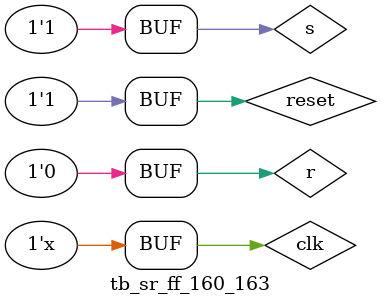
<source format=v>
`timescale 1ns / 1ps

module tb_sr_ff_160_163;
    
reg clk;
reg reset;
reg s,r;
 
wire q_233_229;
wire q_b_233_229;
 
sr_ff_160_163 uut ( .clk(clk), .reset(reset), .s(s), .r(r), .q_233_229(q_233_229), .q_b_233_229(q_b_233_229));
 
initial begin
 
s = 1'b0;
r = 1'b0;
reset = 1;
clk=1;
 
#10
reset=0;
s=1'b1;
r=1'b0;
 
#100
reset=0;
s=1'b0;
r=1'b1;
 
#100
reset=0;
s=1'b1;
r=1'b1;
 
#100
reset=0;
s=1'b0;
r=1'b0;
 
#100
reset=1;
s=1'b1;
r=1'b0;
 
end
always #25 clk <= ~clk;
 
endmodule


</source>
